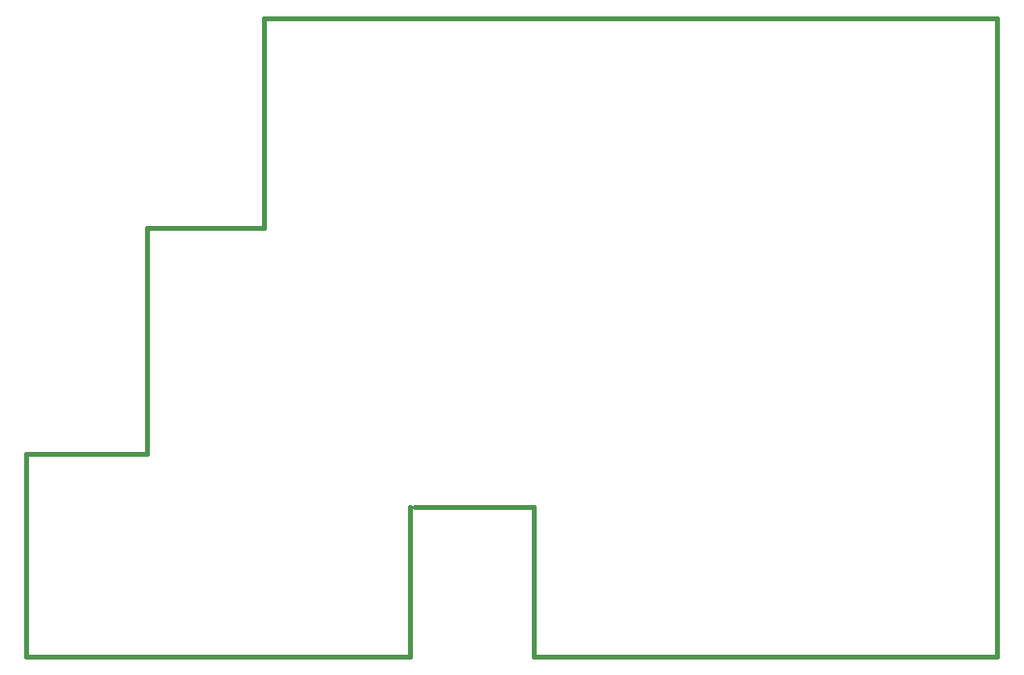
<source format=gbr>
G04 (created by PCBNEW (2013-07-07 BZR 4022)-stable) date 9/7/2556 23:50:31*
%MOIN*%
G04 Gerber Fmt 3.4, Leading zero omitted, Abs format*
%FSLAX34Y34*%
G01*
G70*
G90*
G04 APERTURE LIST*
%ADD10C,0.00590551*%
%ADD11C,0.015*%
G04 APERTURE END LIST*
G54D10*
G54D11*
X56935Y-45085D02*
X56935Y-50245D01*
X56935Y-50245D02*
X57405Y-50245D01*
X43590Y-35440D02*
X47642Y-35440D01*
X48168Y-28196D02*
X47642Y-28196D01*
X47642Y-35448D02*
X47642Y-28198D01*
X52835Y-45085D02*
X56935Y-45085D01*
X72918Y-28196D02*
X72918Y-28208D01*
X48036Y-28196D02*
X72918Y-28196D01*
X43588Y-43235D02*
X43588Y-35440D01*
X39453Y-43235D02*
X43588Y-43235D01*
X39453Y-50243D02*
X39453Y-43235D01*
X52677Y-50243D02*
X39453Y-50243D01*
X52682Y-45086D02*
X52682Y-50244D01*
X72917Y-50243D02*
X57327Y-50243D01*
X72917Y-28195D02*
X72917Y-50243D01*
M02*

</source>
